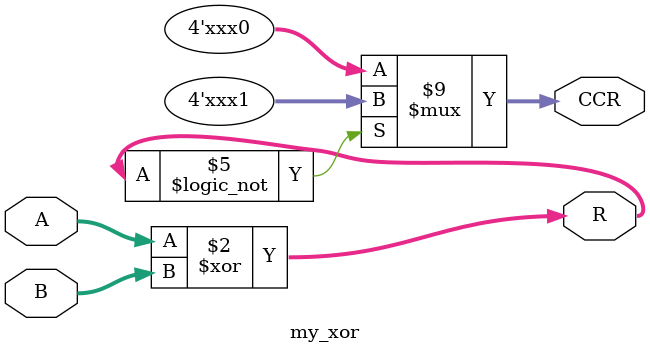
<source format=v>


//R=A^B

//CCR con 4 flags:

//C: carry flag.
//   no se modifica

//V: overflow flag. 
//   no se modifica

//N: negative flag. 
//   =1 si el MSB de R es 1 (es decir, si en interpretacion signada, R<0).
//   =0 si el MSB de R es 0 (es decir, si en interpretacion signada, R>=0).

//Z: zero flag
//   =1 si R==0.
//   =1 si R!=0.

//3 ticks: 1 tick calculo, 2 ticks CCR

module my_xor(R, CCR, A, B);

parameter op_size = 4;
parameter c_mask='b1000, v_mask='b0100, n_mask='b0010, z_mask='b0001;   //mascaras para los flags del ccr


output reg [3:0] CCR;           //condition code register
output reg [op_size-1:0] R;     //resultado
input[op_size-1:0] A, B;        //input

always @(A,B) 
    begin
    //seteo resultado
    R = A^B;
    #1


    //seteo negative
    if( R[op_size - 1] )
        begin
        CCR <= (CCR | n_mask);
        //$display("N=1");
    end else begin 
        CCR <= (CCR & (~n_mask));
        //$display("N=0");
        end
    #1
    


    //seteo zero
    if(!R)
        begin
        CCR <= (CCR | z_mask);
        //$display("Z=1");
    end else begin
        CCR <= (CCR & (~z_mask));
        //$display("Z=0");
        end
    end

endmodule

/*
module my_xor_tst;
reg dummy;

wire [3:0] R, CCR;  //resultado y condition code register
reg [3:0] A, B;     //input del xor


my_xor tst_my_xor(R, CCR, A, B);
initial begin
dummy = $value$plusargs("A=%d", A);
dummy = $value$plusargs("B=%d", B);
#3 //xor tarda 1 tick en hacer la operacion y 2 ticks en acomodar el ccr
$display("  A=%b", A);
$display("  B=%b", B);
$display("A^B=%b",R);
$display("CVNZ");
$display("%b", CCR);

$finish;
end

endmodule
*/
</source>
